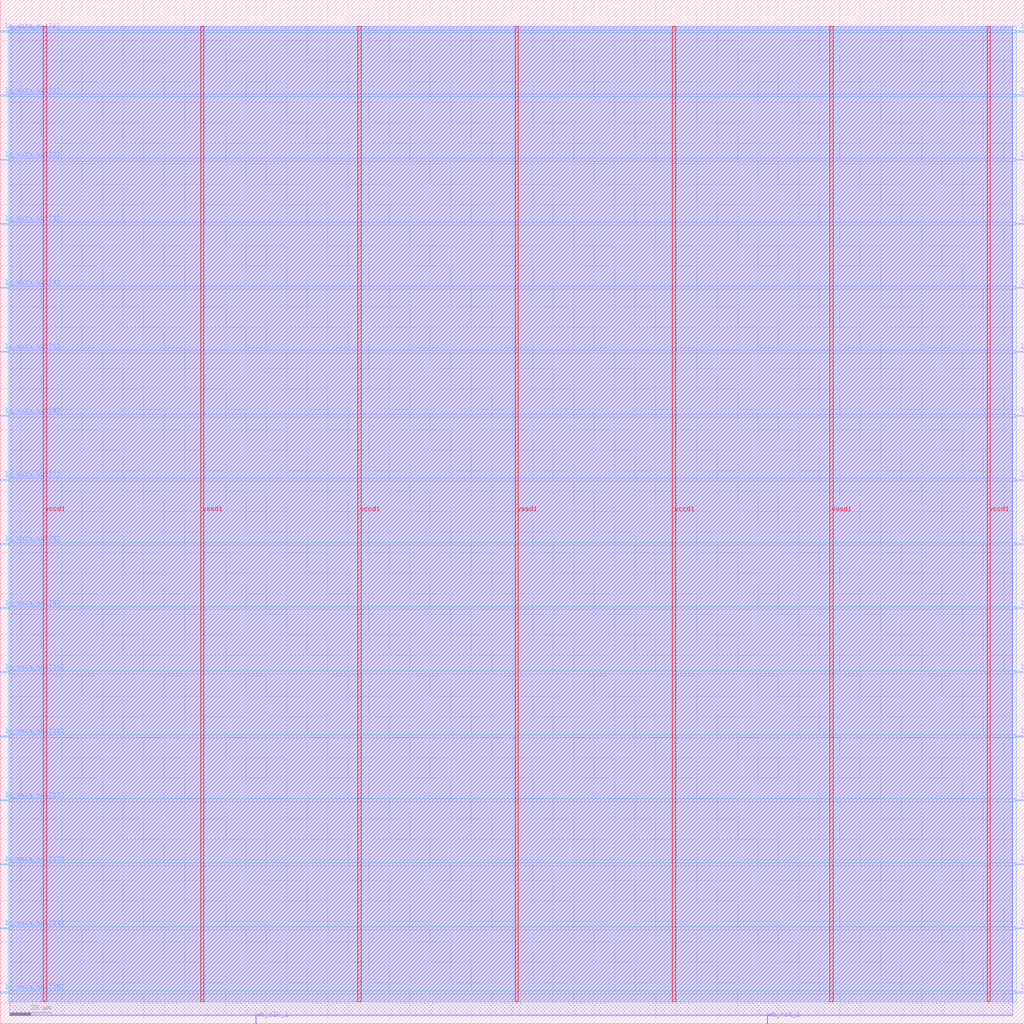
<source format=lef>
VERSION 5.7 ;
  NOWIREEXTENSIONATPIN ON ;
  DIVIDERCHAR "/" ;
  BUSBITCHARS "[]" ;
MACRO macp_top
  CLASS BLOCK ;
  FOREIGN macp_top ;
  ORIGIN 0.000 0.000 ;
  SIZE 500.000 BY 500.000 ;
  PIN la_data_in[0]
    DIRECTION INPUT ;
    USE SIGNAL ;
    ANTENNAGATEAREA 0.126000 ;
    PORT
      LAYER met3 ;
        RECT 496.000 484.200 500.000 484.800 ;
    END
  END la_data_in[0]
  PIN la_data_in[10]
    DIRECTION INPUT ;
    USE SIGNAL ;
    ANTENNAGATEAREA 0.126000 ;
    PORT
      LAYER met3 ;
        RECT 496.000 171.400 500.000 172.000 ;
    END
  END la_data_in[10]
  PIN la_data_in[11]
    DIRECTION INPUT ;
    USE SIGNAL ;
    ANTENNAGATEAREA 0.126000 ;
    PORT
      LAYER met3 ;
        RECT 496.000 140.120 500.000 140.720 ;
    END
  END la_data_in[11]
  PIN la_data_in[12]
    DIRECTION INPUT ;
    USE SIGNAL ;
    ANTENNAGATEAREA 0.126000 ;
    PORT
      LAYER met3 ;
        RECT 496.000 108.840 500.000 109.440 ;
    END
  END la_data_in[12]
  PIN la_data_in[13]
    DIRECTION INPUT ;
    USE SIGNAL ;
    ANTENNAGATEAREA 0.126000 ;
    PORT
      LAYER met3 ;
        RECT 496.000 77.560 500.000 78.160 ;
    END
  END la_data_in[13]
  PIN la_data_in[14]
    DIRECTION INPUT ;
    USE SIGNAL ;
    ANTENNAGATEAREA 0.126000 ;
    PORT
      LAYER met3 ;
        RECT 496.000 46.280 500.000 46.880 ;
    END
  END la_data_in[14]
  PIN la_data_in[15]
    DIRECTION INPUT ;
    USE SIGNAL ;
    ANTENNAGATEAREA 0.126000 ;
    PORT
      LAYER met3 ;
        RECT 496.000 15.000 500.000 15.600 ;
    END
  END la_data_in[15]
  PIN la_data_in[1]
    DIRECTION INPUT ;
    USE SIGNAL ;
    ANTENNAGATEAREA 0.126000 ;
    PORT
      LAYER met3 ;
        RECT 496.000 452.920 500.000 453.520 ;
    END
  END la_data_in[1]
  PIN la_data_in[2]
    DIRECTION INPUT ;
    USE SIGNAL ;
    ANTENNAGATEAREA 0.126000 ;
    PORT
      LAYER met3 ;
        RECT 496.000 421.640 500.000 422.240 ;
    END
  END la_data_in[2]
  PIN la_data_in[3]
    DIRECTION INPUT ;
    USE SIGNAL ;
    ANTENNAGATEAREA 0.126000 ;
    PORT
      LAYER met3 ;
        RECT 496.000 390.360 500.000 390.960 ;
    END
  END la_data_in[3]
  PIN la_data_in[4]
    DIRECTION INPUT ;
    USE SIGNAL ;
    ANTENNAGATEAREA 0.126000 ;
    PORT
      LAYER met3 ;
        RECT 496.000 359.080 500.000 359.680 ;
    END
  END la_data_in[4]
  PIN la_data_in[5]
    DIRECTION INPUT ;
    USE SIGNAL ;
    ANTENNAGATEAREA 0.126000 ;
    PORT
      LAYER met3 ;
        RECT 496.000 327.800 500.000 328.400 ;
    END
  END la_data_in[5]
  PIN la_data_in[6]
    DIRECTION INPUT ;
    USE SIGNAL ;
    ANTENNAGATEAREA 0.126000 ;
    PORT
      LAYER met3 ;
        RECT 496.000 296.520 500.000 297.120 ;
    END
  END la_data_in[6]
  PIN la_data_in[7]
    DIRECTION INPUT ;
    USE SIGNAL ;
    ANTENNAGATEAREA 0.126000 ;
    PORT
      LAYER met3 ;
        RECT 496.000 265.240 500.000 265.840 ;
    END
  END la_data_in[7]
  PIN la_data_in[8]
    DIRECTION INPUT ;
    USE SIGNAL ;
    ANTENNAGATEAREA 0.126000 ;
    PORT
      LAYER met3 ;
        RECT 496.000 233.960 500.000 234.560 ;
    END
  END la_data_in[8]
  PIN la_data_in[9]
    DIRECTION INPUT ;
    USE SIGNAL ;
    ANTENNAGATEAREA 0.126000 ;
    PORT
      LAYER met3 ;
        RECT 496.000 202.680 500.000 203.280 ;
    END
  END la_data_in[9]
  PIN la_data_out[0]
    DIRECTION OUTPUT TRISTATE ;
    USE SIGNAL ;
    ANTENNADIFFAREA 2.673000 ;
    PORT
      LAYER met3 ;
        RECT 0.000 484.200 4.000 484.800 ;
    END
  END la_data_out[0]
  PIN la_data_out[10]
    DIRECTION OUTPUT TRISTATE ;
    USE SIGNAL ;
    ANTENNADIFFAREA 2.673000 ;
    PORT
      LAYER met3 ;
        RECT 0.000 171.400 4.000 172.000 ;
    END
  END la_data_out[10]
  PIN la_data_out[11]
    DIRECTION OUTPUT TRISTATE ;
    USE SIGNAL ;
    ANTENNADIFFAREA 2.673000 ;
    PORT
      LAYER met3 ;
        RECT 0.000 140.120 4.000 140.720 ;
    END
  END la_data_out[11]
  PIN la_data_out[12]
    DIRECTION OUTPUT TRISTATE ;
    USE SIGNAL ;
    ANTENNADIFFAREA 2.673000 ;
    PORT
      LAYER met3 ;
        RECT 0.000 108.840 4.000 109.440 ;
    END
  END la_data_out[12]
  PIN la_data_out[13]
    DIRECTION OUTPUT TRISTATE ;
    USE SIGNAL ;
    ANTENNADIFFAREA 2.673000 ;
    PORT
      LAYER met3 ;
        RECT 0.000 77.560 4.000 78.160 ;
    END
  END la_data_out[13]
  PIN la_data_out[14]
    DIRECTION OUTPUT TRISTATE ;
    USE SIGNAL ;
    ANTENNADIFFAREA 2.673000 ;
    PORT
      LAYER met3 ;
        RECT 0.000 46.280 4.000 46.880 ;
    END
  END la_data_out[14]
  PIN la_data_out[15]
    DIRECTION OUTPUT TRISTATE ;
    USE SIGNAL ;
    ANTENNADIFFAREA 2.673000 ;
    PORT
      LAYER met3 ;
        RECT 0.000 15.000 4.000 15.600 ;
    END
  END la_data_out[15]
  PIN la_data_out[1]
    DIRECTION OUTPUT TRISTATE ;
    USE SIGNAL ;
    ANTENNADIFFAREA 2.673000 ;
    PORT
      LAYER met3 ;
        RECT 0.000 452.920 4.000 453.520 ;
    END
  END la_data_out[1]
  PIN la_data_out[2]
    DIRECTION OUTPUT TRISTATE ;
    USE SIGNAL ;
    ANTENNADIFFAREA 2.673000 ;
    PORT
      LAYER met3 ;
        RECT 0.000 421.640 4.000 422.240 ;
    END
  END la_data_out[2]
  PIN la_data_out[3]
    DIRECTION OUTPUT TRISTATE ;
    USE SIGNAL ;
    ANTENNADIFFAREA 2.673000 ;
    PORT
      LAYER met3 ;
        RECT 0.000 390.360 4.000 390.960 ;
    END
  END la_data_out[3]
  PIN la_data_out[4]
    DIRECTION OUTPUT TRISTATE ;
    USE SIGNAL ;
    ANTENNADIFFAREA 2.673000 ;
    PORT
      LAYER met3 ;
        RECT 0.000 359.080 4.000 359.680 ;
    END
  END la_data_out[4]
  PIN la_data_out[5]
    DIRECTION OUTPUT TRISTATE ;
    USE SIGNAL ;
    ANTENNADIFFAREA 2.673000 ;
    PORT
      LAYER met3 ;
        RECT 0.000 327.800 4.000 328.400 ;
    END
  END la_data_out[5]
  PIN la_data_out[6]
    DIRECTION OUTPUT TRISTATE ;
    USE SIGNAL ;
    ANTENNADIFFAREA 2.673000 ;
    PORT
      LAYER met3 ;
        RECT 0.000 296.520 4.000 297.120 ;
    END
  END la_data_out[6]
  PIN la_data_out[7]
    DIRECTION OUTPUT TRISTATE ;
    USE SIGNAL ;
    ANTENNADIFFAREA 2.673000 ;
    PORT
      LAYER met3 ;
        RECT 0.000 265.240 4.000 265.840 ;
    END
  END la_data_out[7]
  PIN la_data_out[8]
    DIRECTION OUTPUT TRISTATE ;
    USE SIGNAL ;
    ANTENNADIFFAREA 2.673000 ;
    PORT
      LAYER met3 ;
        RECT 0.000 233.960 4.000 234.560 ;
    END
  END la_data_out[8]
  PIN la_data_out[9]
    DIRECTION OUTPUT TRISTATE ;
    USE SIGNAL ;
    ANTENNADIFFAREA 2.673000 ;
    PORT
      LAYER met3 ;
        RECT 0.000 202.680 4.000 203.280 ;
    END
  END la_data_out[9]
  PIN vccd1
    DIRECTION INOUT ;
    USE POWER ;
    PORT
      LAYER met4 ;
        RECT 21.040 10.640 22.640 487.120 ;
    END
    PORT
      LAYER met4 ;
        RECT 174.640 10.640 176.240 487.120 ;
    END
    PORT
      LAYER met4 ;
        RECT 328.240 10.640 329.840 487.120 ;
    END
    PORT
      LAYER met4 ;
        RECT 481.840 10.640 483.440 487.120 ;
    END
  END vccd1
  PIN vssd1
    DIRECTION INOUT ;
    USE GROUND ;
    PORT
      LAYER met4 ;
        RECT 97.840 10.640 99.440 487.120 ;
    END
    PORT
      LAYER met4 ;
        RECT 251.440 10.640 253.040 487.120 ;
    END
    PORT
      LAYER met4 ;
        RECT 405.040 10.640 406.640 487.120 ;
    END
  END vssd1
  PIN wb_clk_i
    DIRECTION INPUT ;
    USE SIGNAL ;
    ANTENNAGATEAREA 0.852000 ;
    PORT
      LAYER met2 ;
        RECT 124.750 0.000 125.030 4.000 ;
    END
  END wb_clk_i
  PIN wb_rst_i
    DIRECTION INPUT ;
    USE SIGNAL ;
    ANTENNAGATEAREA 0.990000 ;
    PORT
      LAYER met2 ;
        RECT 374.530 0.000 374.810 4.000 ;
    END
  END wb_rst_i
  OBS
      LAYER li1 ;
        RECT 5.520 10.795 494.040 486.965 ;
      LAYER met1 ;
        RECT 4.670 10.640 494.430 487.120 ;
      LAYER met2 ;
        RECT 4.690 4.280 494.410 487.065 ;
        RECT 4.690 4.000 124.470 4.280 ;
        RECT 125.310 4.000 374.250 4.280 ;
        RECT 375.090 4.000 494.410 4.280 ;
      LAYER met3 ;
        RECT 3.990 485.200 496.000 487.045 ;
        RECT 4.400 483.800 495.600 485.200 ;
        RECT 3.990 453.920 496.000 483.800 ;
        RECT 4.400 452.520 495.600 453.920 ;
        RECT 3.990 422.640 496.000 452.520 ;
        RECT 4.400 421.240 495.600 422.640 ;
        RECT 3.990 391.360 496.000 421.240 ;
        RECT 4.400 389.960 495.600 391.360 ;
        RECT 3.990 360.080 496.000 389.960 ;
        RECT 4.400 358.680 495.600 360.080 ;
        RECT 3.990 328.800 496.000 358.680 ;
        RECT 4.400 327.400 495.600 328.800 ;
        RECT 3.990 297.520 496.000 327.400 ;
        RECT 4.400 296.120 495.600 297.520 ;
        RECT 3.990 266.240 496.000 296.120 ;
        RECT 4.400 264.840 495.600 266.240 ;
        RECT 3.990 234.960 496.000 264.840 ;
        RECT 4.400 233.560 495.600 234.960 ;
        RECT 3.990 203.680 496.000 233.560 ;
        RECT 4.400 202.280 495.600 203.680 ;
        RECT 3.990 172.400 496.000 202.280 ;
        RECT 4.400 171.000 495.600 172.400 ;
        RECT 3.990 141.120 496.000 171.000 ;
        RECT 4.400 139.720 495.600 141.120 ;
        RECT 3.990 109.840 496.000 139.720 ;
        RECT 4.400 108.440 495.600 109.840 ;
        RECT 3.990 78.560 496.000 108.440 ;
        RECT 4.400 77.160 495.600 78.560 ;
        RECT 3.990 47.280 496.000 77.160 ;
        RECT 4.400 45.880 495.600 47.280 ;
        RECT 3.990 16.000 496.000 45.880 ;
        RECT 4.400 14.600 495.600 16.000 ;
        RECT 3.990 10.715 496.000 14.600 ;
  END
END macp_top
END LIBRARY


</source>
